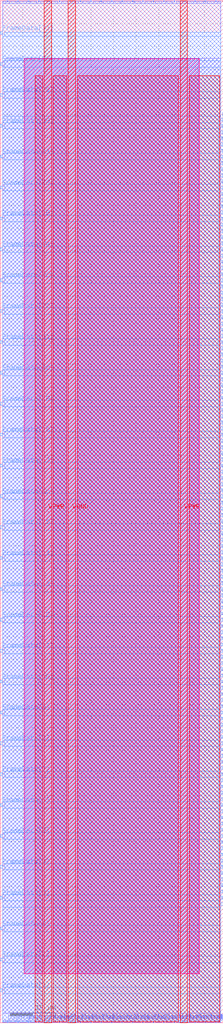
<source format=lef>
VERSION 5.7 ;
  NOWIREEXTENSIONATPIN ON ;
  DIVIDERCHAR "/" ;
  BUSBITCHARS "[]" ;
MACRO W_term_single
  CLASS BLOCK ;
  FOREIGN W_term_single ;
  ORIGIN 0.000 0.000 ;
  SIZE 49.220 BY 225.080 ;
  PIN E1BEG[0]
    DIRECTION OUTPUT ;
    USE SIGNAL ;
    ANTENNADIFFAREA 0.445500 ;
    PORT
      LAYER met3 ;
        RECT 48.620 91.160 49.220 91.760 ;
    END
  END E1BEG[0]
  PIN E1BEG[1]
    DIRECTION OUTPUT ;
    USE SIGNAL ;
    ANTENNADIFFAREA 0.445500 ;
    PORT
      LAYER met3 ;
        RECT 48.620 92.520 49.220 93.120 ;
    END
  END E1BEG[1]
  PIN E1BEG[2]
    DIRECTION OUTPUT ;
    USE SIGNAL ;
    ANTENNADIFFAREA 0.445500 ;
    PORT
      LAYER met3 ;
        RECT 48.620 93.880 49.220 94.480 ;
    END
  END E1BEG[2]
  PIN E1BEG[3]
    DIRECTION OUTPUT ;
    USE SIGNAL ;
    ANTENNADIFFAREA 0.445500 ;
    PORT
      LAYER met3 ;
        RECT 48.620 95.240 49.220 95.840 ;
    END
  END E1BEG[3]
  PIN E2BEG[0]
    DIRECTION OUTPUT ;
    USE SIGNAL ;
    ANTENNADIFFAREA 0.445500 ;
    PORT
      LAYER met3 ;
        RECT 48.620 96.600 49.220 97.200 ;
    END
  END E2BEG[0]
  PIN E2BEG[1]
    DIRECTION OUTPUT ;
    USE SIGNAL ;
    ANTENNADIFFAREA 0.445500 ;
    PORT
      LAYER met3 ;
        RECT 48.620 97.960 49.220 98.560 ;
    END
  END E2BEG[1]
  PIN E2BEG[2]
    DIRECTION OUTPUT ;
    USE SIGNAL ;
    ANTENNADIFFAREA 0.445500 ;
    PORT
      LAYER met3 ;
        RECT 48.620 99.320 49.220 99.920 ;
    END
  END E2BEG[2]
  PIN E2BEG[3]
    DIRECTION OUTPUT ;
    USE SIGNAL ;
    ANTENNADIFFAREA 0.445500 ;
    PORT
      LAYER met3 ;
        RECT 48.620 100.680 49.220 101.280 ;
    END
  END E2BEG[3]
  PIN E2BEG[4]
    DIRECTION OUTPUT ;
    USE SIGNAL ;
    ANTENNADIFFAREA 0.445500 ;
    PORT
      LAYER met3 ;
        RECT 48.620 102.040 49.220 102.640 ;
    END
  END E2BEG[4]
  PIN E2BEG[5]
    DIRECTION OUTPUT ;
    USE SIGNAL ;
    ANTENNADIFFAREA 0.445500 ;
    PORT
      LAYER met3 ;
        RECT 48.620 103.400 49.220 104.000 ;
    END
  END E2BEG[5]
  PIN E2BEG[6]
    DIRECTION OUTPUT ;
    USE SIGNAL ;
    ANTENNADIFFAREA 0.445500 ;
    PORT
      LAYER met3 ;
        RECT 48.620 104.760 49.220 105.360 ;
    END
  END E2BEG[6]
  PIN E2BEG[7]
    DIRECTION OUTPUT ;
    USE SIGNAL ;
    ANTENNADIFFAREA 0.445500 ;
    PORT
      LAYER met3 ;
        RECT 48.620 106.120 49.220 106.720 ;
    END
  END E2BEG[7]
  PIN E2BEGb[0]
    DIRECTION OUTPUT ;
    USE SIGNAL ;
    ANTENNADIFFAREA 0.445500 ;
    PORT
      LAYER met3 ;
        RECT 48.620 107.480 49.220 108.080 ;
    END
  END E2BEGb[0]
  PIN E2BEGb[1]
    DIRECTION OUTPUT ;
    USE SIGNAL ;
    ANTENNADIFFAREA 0.445500 ;
    PORT
      LAYER met3 ;
        RECT 48.620 108.840 49.220 109.440 ;
    END
  END E2BEGb[1]
  PIN E2BEGb[2]
    DIRECTION OUTPUT ;
    USE SIGNAL ;
    ANTENNADIFFAREA 0.445500 ;
    PORT
      LAYER met3 ;
        RECT 48.620 110.200 49.220 110.800 ;
    END
  END E2BEGb[2]
  PIN E2BEGb[3]
    DIRECTION OUTPUT ;
    USE SIGNAL ;
    ANTENNADIFFAREA 0.445500 ;
    PORT
      LAYER met3 ;
        RECT 48.620 111.560 49.220 112.160 ;
    END
  END E2BEGb[3]
  PIN E2BEGb[4]
    DIRECTION OUTPUT ;
    USE SIGNAL ;
    ANTENNADIFFAREA 0.445500 ;
    PORT
      LAYER met3 ;
        RECT 48.620 112.920 49.220 113.520 ;
    END
  END E2BEGb[4]
  PIN E2BEGb[5]
    DIRECTION OUTPUT ;
    USE SIGNAL ;
    ANTENNADIFFAREA 0.445500 ;
    PORT
      LAYER met3 ;
        RECT 48.620 114.280 49.220 114.880 ;
    END
  END E2BEGb[5]
  PIN E2BEGb[6]
    DIRECTION OUTPUT ;
    USE SIGNAL ;
    ANTENNADIFFAREA 0.445500 ;
    PORT
      LAYER met3 ;
        RECT 48.620 115.640 49.220 116.240 ;
    END
  END E2BEGb[6]
  PIN E2BEGb[7]
    DIRECTION OUTPUT ;
    USE SIGNAL ;
    ANTENNADIFFAREA 0.445500 ;
    PORT
      LAYER met3 ;
        RECT 48.620 117.000 49.220 117.600 ;
    END
  END E2BEGb[7]
  PIN E6BEG[0]
    DIRECTION OUTPUT ;
    USE SIGNAL ;
    ANTENNADIFFAREA 0.445500 ;
    PORT
      LAYER met3 ;
        RECT 48.620 140.120 49.220 140.720 ;
    END
  END E6BEG[0]
  PIN E6BEG[10]
    DIRECTION OUTPUT ;
    USE SIGNAL ;
    ANTENNADIFFAREA 0.445500 ;
    PORT
      LAYER met3 ;
        RECT 48.620 153.720 49.220 154.320 ;
    END
  END E6BEG[10]
  PIN E6BEG[11]
    DIRECTION OUTPUT ;
    USE SIGNAL ;
    ANTENNADIFFAREA 0.445500 ;
    PORT
      LAYER met3 ;
        RECT 48.620 155.080 49.220 155.680 ;
    END
  END E6BEG[11]
  PIN E6BEG[1]
    DIRECTION OUTPUT ;
    USE SIGNAL ;
    ANTENNADIFFAREA 0.445500 ;
    PORT
      LAYER met3 ;
        RECT 48.620 141.480 49.220 142.080 ;
    END
  END E6BEG[1]
  PIN E6BEG[2]
    DIRECTION OUTPUT ;
    USE SIGNAL ;
    ANTENNADIFFAREA 0.445500 ;
    PORT
      LAYER met3 ;
        RECT 48.620 142.840 49.220 143.440 ;
    END
  END E6BEG[2]
  PIN E6BEG[3]
    DIRECTION OUTPUT ;
    USE SIGNAL ;
    ANTENNADIFFAREA 0.445500 ;
    PORT
      LAYER met3 ;
        RECT 48.620 144.200 49.220 144.800 ;
    END
  END E6BEG[3]
  PIN E6BEG[4]
    DIRECTION OUTPUT ;
    USE SIGNAL ;
    ANTENNADIFFAREA 0.445500 ;
    PORT
      LAYER met3 ;
        RECT 48.620 145.560 49.220 146.160 ;
    END
  END E6BEG[4]
  PIN E6BEG[5]
    DIRECTION OUTPUT ;
    USE SIGNAL ;
    ANTENNADIFFAREA 0.445500 ;
    PORT
      LAYER met3 ;
        RECT 48.620 146.920 49.220 147.520 ;
    END
  END E6BEG[5]
  PIN E6BEG[6]
    DIRECTION OUTPUT ;
    USE SIGNAL ;
    ANTENNADIFFAREA 0.445500 ;
    PORT
      LAYER met3 ;
        RECT 48.620 148.280 49.220 148.880 ;
    END
  END E6BEG[6]
  PIN E6BEG[7]
    DIRECTION OUTPUT ;
    USE SIGNAL ;
    ANTENNADIFFAREA 0.445500 ;
    PORT
      LAYER met3 ;
        RECT 48.620 149.640 49.220 150.240 ;
    END
  END E6BEG[7]
  PIN E6BEG[8]
    DIRECTION OUTPUT ;
    USE SIGNAL ;
    ANTENNADIFFAREA 0.445500 ;
    PORT
      LAYER met3 ;
        RECT 48.620 151.000 49.220 151.600 ;
    END
  END E6BEG[8]
  PIN E6BEG[9]
    DIRECTION OUTPUT ;
    USE SIGNAL ;
    ANTENNADIFFAREA 0.445500 ;
    PORT
      LAYER met3 ;
        RECT 48.620 152.360 49.220 152.960 ;
    END
  END E6BEG[9]
  PIN EE4BEG[0]
    DIRECTION OUTPUT ;
    USE SIGNAL ;
    ANTENNADIFFAREA 0.445500 ;
    PORT
      LAYER met3 ;
        RECT 48.620 118.360 49.220 118.960 ;
    END
  END EE4BEG[0]
  PIN EE4BEG[10]
    DIRECTION OUTPUT ;
    USE SIGNAL ;
    ANTENNADIFFAREA 0.445500 ;
    PORT
      LAYER met3 ;
        RECT 48.620 131.960 49.220 132.560 ;
    END
  END EE4BEG[10]
  PIN EE4BEG[11]
    DIRECTION OUTPUT ;
    USE SIGNAL ;
    ANTENNADIFFAREA 0.445500 ;
    PORT
      LAYER met3 ;
        RECT 48.620 133.320 49.220 133.920 ;
    END
  END EE4BEG[11]
  PIN EE4BEG[12]
    DIRECTION OUTPUT ;
    USE SIGNAL ;
    ANTENNADIFFAREA 0.445500 ;
    PORT
      LAYER met3 ;
        RECT 48.620 134.680 49.220 135.280 ;
    END
  END EE4BEG[12]
  PIN EE4BEG[13]
    DIRECTION OUTPUT ;
    USE SIGNAL ;
    ANTENNADIFFAREA 0.445500 ;
    PORT
      LAYER met3 ;
        RECT 48.620 136.040 49.220 136.640 ;
    END
  END EE4BEG[13]
  PIN EE4BEG[14]
    DIRECTION OUTPUT ;
    USE SIGNAL ;
    ANTENNADIFFAREA 0.445500 ;
    PORT
      LAYER met3 ;
        RECT 48.620 137.400 49.220 138.000 ;
    END
  END EE4BEG[14]
  PIN EE4BEG[15]
    DIRECTION OUTPUT ;
    USE SIGNAL ;
    ANTENNADIFFAREA 0.445500 ;
    PORT
      LAYER met3 ;
        RECT 48.620 138.760 49.220 139.360 ;
    END
  END EE4BEG[15]
  PIN EE4BEG[1]
    DIRECTION OUTPUT ;
    USE SIGNAL ;
    ANTENNADIFFAREA 0.445500 ;
    PORT
      LAYER met3 ;
        RECT 48.620 119.720 49.220 120.320 ;
    END
  END EE4BEG[1]
  PIN EE4BEG[2]
    DIRECTION OUTPUT ;
    USE SIGNAL ;
    ANTENNADIFFAREA 0.445500 ;
    PORT
      LAYER met3 ;
        RECT 48.620 121.080 49.220 121.680 ;
    END
  END EE4BEG[2]
  PIN EE4BEG[3]
    DIRECTION OUTPUT ;
    USE SIGNAL ;
    ANTENNADIFFAREA 0.445500 ;
    PORT
      LAYER met3 ;
        RECT 48.620 122.440 49.220 123.040 ;
    END
  END EE4BEG[3]
  PIN EE4BEG[4]
    DIRECTION OUTPUT ;
    USE SIGNAL ;
    ANTENNADIFFAREA 0.445500 ;
    PORT
      LAYER met3 ;
        RECT 48.620 123.800 49.220 124.400 ;
    END
  END EE4BEG[4]
  PIN EE4BEG[5]
    DIRECTION OUTPUT ;
    USE SIGNAL ;
    ANTENNADIFFAREA 0.445500 ;
    PORT
      LAYER met3 ;
        RECT 48.620 125.160 49.220 125.760 ;
    END
  END EE4BEG[5]
  PIN EE4BEG[6]
    DIRECTION OUTPUT ;
    USE SIGNAL ;
    ANTENNADIFFAREA 0.445500 ;
    PORT
      LAYER met3 ;
        RECT 48.620 126.520 49.220 127.120 ;
    END
  END EE4BEG[6]
  PIN EE4BEG[7]
    DIRECTION OUTPUT ;
    USE SIGNAL ;
    ANTENNADIFFAREA 0.445500 ;
    PORT
      LAYER met3 ;
        RECT 48.620 127.880 49.220 128.480 ;
    END
  END EE4BEG[7]
  PIN EE4BEG[8]
    DIRECTION OUTPUT ;
    USE SIGNAL ;
    ANTENNADIFFAREA 0.445500 ;
    PORT
      LAYER met3 ;
        RECT 48.620 129.240 49.220 129.840 ;
    END
  END EE4BEG[8]
  PIN EE4BEG[9]
    DIRECTION OUTPUT ;
    USE SIGNAL ;
    ANTENNADIFFAREA 0.445500 ;
    PORT
      LAYER met3 ;
        RECT 48.620 130.600 49.220 131.200 ;
    END
  END EE4BEG[9]
  PIN FrameData[0]
    DIRECTION INPUT ;
    USE SIGNAL ;
    ANTENNAGATEAREA 0.196500 ;
    PORT
      LAYER met3 ;
        RECT 0.000 6.840 0.600 7.440 ;
    END
  END FrameData[0]
  PIN FrameData[10]
    DIRECTION INPUT ;
    USE SIGNAL ;
    ANTENNAGATEAREA 0.196500 ;
    PORT
      LAYER met3 ;
        RECT 0.000 74.840 0.600 75.440 ;
    END
  END FrameData[10]
  PIN FrameData[11]
    DIRECTION INPUT ;
    USE SIGNAL ;
    ANTENNAGATEAREA 0.196500 ;
    PORT
      LAYER met3 ;
        RECT 0.000 81.640 0.600 82.240 ;
    END
  END FrameData[11]
  PIN FrameData[12]
    DIRECTION INPUT ;
    USE SIGNAL ;
    ANTENNAGATEAREA 0.196500 ;
    PORT
      LAYER met3 ;
        RECT 0.000 88.440 0.600 89.040 ;
    END
  END FrameData[12]
  PIN FrameData[13]
    DIRECTION INPUT ;
    USE SIGNAL ;
    ANTENNAGATEAREA 0.196500 ;
    PORT
      LAYER met3 ;
        RECT 0.000 95.240 0.600 95.840 ;
    END
  END FrameData[13]
  PIN FrameData[14]
    DIRECTION INPUT ;
    USE SIGNAL ;
    ANTENNAGATEAREA 0.196500 ;
    PORT
      LAYER met3 ;
        RECT 0.000 102.040 0.600 102.640 ;
    END
  END FrameData[14]
  PIN FrameData[15]
    DIRECTION INPUT ;
    USE SIGNAL ;
    ANTENNAGATEAREA 0.196500 ;
    PORT
      LAYER met3 ;
        RECT 0.000 108.840 0.600 109.440 ;
    END
  END FrameData[15]
  PIN FrameData[16]
    DIRECTION INPUT ;
    USE SIGNAL ;
    ANTENNAGATEAREA 0.196500 ;
    PORT
      LAYER met3 ;
        RECT 0.000 115.640 0.600 116.240 ;
    END
  END FrameData[16]
  PIN FrameData[17]
    DIRECTION INPUT ;
    USE SIGNAL ;
    ANTENNAGATEAREA 0.196500 ;
    PORT
      LAYER met3 ;
        RECT 0.000 122.440 0.600 123.040 ;
    END
  END FrameData[17]
  PIN FrameData[18]
    DIRECTION INPUT ;
    USE SIGNAL ;
    ANTENNAGATEAREA 0.196500 ;
    PORT
      LAYER met3 ;
        RECT 0.000 129.240 0.600 129.840 ;
    END
  END FrameData[18]
  PIN FrameData[19]
    DIRECTION INPUT ;
    USE SIGNAL ;
    ANTENNAGATEAREA 0.196500 ;
    PORT
      LAYER met3 ;
        RECT 0.000 136.040 0.600 136.640 ;
    END
  END FrameData[19]
  PIN FrameData[1]
    DIRECTION INPUT ;
    USE SIGNAL ;
    ANTENNAGATEAREA 0.196500 ;
    PORT
      LAYER met3 ;
        RECT 0.000 13.640 0.600 14.240 ;
    END
  END FrameData[1]
  PIN FrameData[20]
    DIRECTION INPUT ;
    USE SIGNAL ;
    ANTENNAGATEAREA 0.196500 ;
    PORT
      LAYER met3 ;
        RECT 0.000 142.840 0.600 143.440 ;
    END
  END FrameData[20]
  PIN FrameData[21]
    DIRECTION INPUT ;
    USE SIGNAL ;
    ANTENNAGATEAREA 0.196500 ;
    PORT
      LAYER met3 ;
        RECT 0.000 149.640 0.600 150.240 ;
    END
  END FrameData[21]
  PIN FrameData[22]
    DIRECTION INPUT ;
    USE SIGNAL ;
    ANTENNAGATEAREA 0.196500 ;
    PORT
      LAYER met3 ;
        RECT 0.000 156.440 0.600 157.040 ;
    END
  END FrameData[22]
  PIN FrameData[23]
    DIRECTION INPUT ;
    USE SIGNAL ;
    ANTENNAGATEAREA 0.196500 ;
    PORT
      LAYER met3 ;
        RECT 0.000 163.240 0.600 163.840 ;
    END
  END FrameData[23]
  PIN FrameData[24]
    DIRECTION INPUT ;
    USE SIGNAL ;
    ANTENNAGATEAREA 0.196500 ;
    PORT
      LAYER met3 ;
        RECT 0.000 170.040 0.600 170.640 ;
    END
  END FrameData[24]
  PIN FrameData[25]
    DIRECTION INPUT ;
    USE SIGNAL ;
    ANTENNAGATEAREA 0.196500 ;
    PORT
      LAYER met3 ;
        RECT 0.000 176.840 0.600 177.440 ;
    END
  END FrameData[25]
  PIN FrameData[26]
    DIRECTION INPUT ;
    USE SIGNAL ;
    ANTENNAGATEAREA 0.196500 ;
    PORT
      LAYER met3 ;
        RECT 0.000 183.640 0.600 184.240 ;
    END
  END FrameData[26]
  PIN FrameData[27]
    DIRECTION INPUT ;
    USE SIGNAL ;
    ANTENNAGATEAREA 0.196500 ;
    PORT
      LAYER met3 ;
        RECT 0.000 190.440 0.600 191.040 ;
    END
  END FrameData[27]
  PIN FrameData[28]
    DIRECTION INPUT ;
    USE SIGNAL ;
    ANTENNAGATEAREA 0.196500 ;
    PORT
      LAYER met3 ;
        RECT 0.000 197.240 0.600 197.840 ;
    END
  END FrameData[28]
  PIN FrameData[29]
    DIRECTION INPUT ;
    USE SIGNAL ;
    ANTENNAGATEAREA 0.196500 ;
    PORT
      LAYER met3 ;
        RECT 0.000 204.040 0.600 204.640 ;
    END
  END FrameData[29]
  PIN FrameData[2]
    DIRECTION INPUT ;
    USE SIGNAL ;
    ANTENNAGATEAREA 0.196500 ;
    PORT
      LAYER met3 ;
        RECT 0.000 20.440 0.600 21.040 ;
    END
  END FrameData[2]
  PIN FrameData[30]
    DIRECTION INPUT ;
    USE SIGNAL ;
    ANTENNAGATEAREA 0.196500 ;
    PORT
      LAYER met3 ;
        RECT 0.000 210.840 0.600 211.440 ;
    END
  END FrameData[30]
  PIN FrameData[31]
    DIRECTION INPUT ;
    USE SIGNAL ;
    ANTENNAGATEAREA 0.196500 ;
    PORT
      LAYER met3 ;
        RECT 0.000 217.640 0.600 218.240 ;
    END
  END FrameData[31]
  PIN FrameData[3]
    DIRECTION INPUT ;
    USE SIGNAL ;
    ANTENNAGATEAREA 0.196500 ;
    PORT
      LAYER met3 ;
        RECT 0.000 27.240 0.600 27.840 ;
    END
  END FrameData[3]
  PIN FrameData[4]
    DIRECTION INPUT ;
    USE SIGNAL ;
    ANTENNAGATEAREA 0.631200 ;
    ANTENNADIFFAREA 0.434700 ;
    PORT
      LAYER met3 ;
        RECT 0.000 34.040 0.600 34.640 ;
    END
  END FrameData[4]
  PIN FrameData[5]
    DIRECTION INPUT ;
    USE SIGNAL ;
    ANTENNAGATEAREA 0.196500 ;
    PORT
      LAYER met3 ;
        RECT 0.000 40.840 0.600 41.440 ;
    END
  END FrameData[5]
  PIN FrameData[6]
    DIRECTION INPUT ;
    USE SIGNAL ;
    ANTENNAGATEAREA 0.196500 ;
    PORT
      LAYER met3 ;
        RECT 0.000 47.640 0.600 48.240 ;
    END
  END FrameData[6]
  PIN FrameData[7]
    DIRECTION INPUT ;
    USE SIGNAL ;
    ANTENNAGATEAREA 0.196500 ;
    PORT
      LAYER met3 ;
        RECT 0.000 54.440 0.600 55.040 ;
    END
  END FrameData[7]
  PIN FrameData[8]
    DIRECTION INPUT ;
    USE SIGNAL ;
    ANTENNAGATEAREA 0.196500 ;
    PORT
      LAYER met3 ;
        RECT 0.000 61.240 0.600 61.840 ;
    END
  END FrameData[8]
  PIN FrameData[9]
    DIRECTION INPUT ;
    USE SIGNAL ;
    ANTENNAGATEAREA 0.196500 ;
    PORT
      LAYER met3 ;
        RECT 0.000 68.040 0.600 68.640 ;
    END
  END FrameData[9]
  PIN FrameData_O[0]
    DIRECTION OUTPUT ;
    USE SIGNAL ;
    ANTENNADIFFAREA 0.445500 ;
    PORT
      LAYER met3 ;
        RECT 48.620 156.440 49.220 157.040 ;
    END
  END FrameData_O[0]
  PIN FrameData_O[10]
    DIRECTION OUTPUT ;
    USE SIGNAL ;
    ANTENNADIFFAREA 0.445500 ;
    PORT
      LAYER met3 ;
        RECT 48.620 170.040 49.220 170.640 ;
    END
  END FrameData_O[10]
  PIN FrameData_O[11]
    DIRECTION OUTPUT ;
    USE SIGNAL ;
    ANTENNADIFFAREA 0.445500 ;
    PORT
      LAYER met3 ;
        RECT 48.620 171.400 49.220 172.000 ;
    END
  END FrameData_O[11]
  PIN FrameData_O[12]
    DIRECTION OUTPUT ;
    USE SIGNAL ;
    ANTENNADIFFAREA 0.445500 ;
    PORT
      LAYER met3 ;
        RECT 48.620 172.760 49.220 173.360 ;
    END
  END FrameData_O[12]
  PIN FrameData_O[13]
    DIRECTION OUTPUT ;
    USE SIGNAL ;
    ANTENNADIFFAREA 0.445500 ;
    PORT
      LAYER met3 ;
        RECT 48.620 174.120 49.220 174.720 ;
    END
  END FrameData_O[13]
  PIN FrameData_O[14]
    DIRECTION OUTPUT ;
    USE SIGNAL ;
    ANTENNADIFFAREA 0.445500 ;
    PORT
      LAYER met3 ;
        RECT 48.620 175.480 49.220 176.080 ;
    END
  END FrameData_O[14]
  PIN FrameData_O[15]
    DIRECTION OUTPUT ;
    USE SIGNAL ;
    ANTENNADIFFAREA 0.445500 ;
    PORT
      LAYER met3 ;
        RECT 48.620 176.840 49.220 177.440 ;
    END
  END FrameData_O[15]
  PIN FrameData_O[16]
    DIRECTION OUTPUT ;
    USE SIGNAL ;
    ANTENNADIFFAREA 0.445500 ;
    PORT
      LAYER met3 ;
        RECT 48.620 178.200 49.220 178.800 ;
    END
  END FrameData_O[16]
  PIN FrameData_O[17]
    DIRECTION OUTPUT ;
    USE SIGNAL ;
    ANTENNADIFFAREA 0.445500 ;
    PORT
      LAYER met3 ;
        RECT 48.620 179.560 49.220 180.160 ;
    END
  END FrameData_O[17]
  PIN FrameData_O[18]
    DIRECTION OUTPUT ;
    USE SIGNAL ;
    ANTENNADIFFAREA 0.445500 ;
    PORT
      LAYER met3 ;
        RECT 48.620 180.920 49.220 181.520 ;
    END
  END FrameData_O[18]
  PIN FrameData_O[19]
    DIRECTION OUTPUT ;
    USE SIGNAL ;
    ANTENNADIFFAREA 0.445500 ;
    PORT
      LAYER met3 ;
        RECT 48.620 182.280 49.220 182.880 ;
    END
  END FrameData_O[19]
  PIN FrameData_O[1]
    DIRECTION OUTPUT ;
    USE SIGNAL ;
    ANTENNADIFFAREA 0.445500 ;
    PORT
      LAYER met3 ;
        RECT 48.620 157.800 49.220 158.400 ;
    END
  END FrameData_O[1]
  PIN FrameData_O[20]
    DIRECTION OUTPUT ;
    USE SIGNAL ;
    ANTENNADIFFAREA 0.445500 ;
    PORT
      LAYER met3 ;
        RECT 48.620 183.640 49.220 184.240 ;
    END
  END FrameData_O[20]
  PIN FrameData_O[21]
    DIRECTION OUTPUT ;
    USE SIGNAL ;
    ANTENNADIFFAREA 0.445500 ;
    PORT
      LAYER met3 ;
        RECT 48.620 185.000 49.220 185.600 ;
    END
  END FrameData_O[21]
  PIN FrameData_O[22]
    DIRECTION OUTPUT ;
    USE SIGNAL ;
    ANTENNADIFFAREA 0.445500 ;
    PORT
      LAYER met3 ;
        RECT 48.620 186.360 49.220 186.960 ;
    END
  END FrameData_O[22]
  PIN FrameData_O[23]
    DIRECTION OUTPUT ;
    USE SIGNAL ;
    ANTENNADIFFAREA 0.445500 ;
    PORT
      LAYER met3 ;
        RECT 48.620 187.720 49.220 188.320 ;
    END
  END FrameData_O[23]
  PIN FrameData_O[24]
    DIRECTION OUTPUT ;
    USE SIGNAL ;
    ANTENNADIFFAREA 0.445500 ;
    PORT
      LAYER met3 ;
        RECT 48.620 189.080 49.220 189.680 ;
    END
  END FrameData_O[24]
  PIN FrameData_O[25]
    DIRECTION OUTPUT ;
    USE SIGNAL ;
    ANTENNADIFFAREA 0.445500 ;
    PORT
      LAYER met3 ;
        RECT 48.620 190.440 49.220 191.040 ;
    END
  END FrameData_O[25]
  PIN FrameData_O[26]
    DIRECTION OUTPUT ;
    USE SIGNAL ;
    ANTENNADIFFAREA 0.445500 ;
    PORT
      LAYER met3 ;
        RECT 48.620 191.800 49.220 192.400 ;
    END
  END FrameData_O[26]
  PIN FrameData_O[27]
    DIRECTION OUTPUT ;
    USE SIGNAL ;
    ANTENNADIFFAREA 0.445500 ;
    PORT
      LAYER met3 ;
        RECT 48.620 193.160 49.220 193.760 ;
    END
  END FrameData_O[27]
  PIN FrameData_O[28]
    DIRECTION OUTPUT ;
    USE SIGNAL ;
    ANTENNADIFFAREA 0.445500 ;
    PORT
      LAYER met3 ;
        RECT 48.620 194.520 49.220 195.120 ;
    END
  END FrameData_O[28]
  PIN FrameData_O[29]
    DIRECTION OUTPUT ;
    USE SIGNAL ;
    ANTENNADIFFAREA 0.445500 ;
    PORT
      LAYER met3 ;
        RECT 48.620 195.880 49.220 196.480 ;
    END
  END FrameData_O[29]
  PIN FrameData_O[2]
    DIRECTION OUTPUT ;
    USE SIGNAL ;
    ANTENNADIFFAREA 0.445500 ;
    PORT
      LAYER met3 ;
        RECT 48.620 159.160 49.220 159.760 ;
    END
  END FrameData_O[2]
  PIN FrameData_O[30]
    DIRECTION OUTPUT ;
    USE SIGNAL ;
    ANTENNADIFFAREA 0.445500 ;
    PORT
      LAYER met3 ;
        RECT 48.620 197.240 49.220 197.840 ;
    END
  END FrameData_O[30]
  PIN FrameData_O[31]
    DIRECTION OUTPUT ;
    USE SIGNAL ;
    ANTENNADIFFAREA 0.445500 ;
    PORT
      LAYER met3 ;
        RECT 48.620 198.600 49.220 199.200 ;
    END
  END FrameData_O[31]
  PIN FrameData_O[3]
    DIRECTION OUTPUT ;
    USE SIGNAL ;
    ANTENNADIFFAREA 0.445500 ;
    PORT
      LAYER met3 ;
        RECT 48.620 160.520 49.220 161.120 ;
    END
  END FrameData_O[3]
  PIN FrameData_O[4]
    DIRECTION OUTPUT ;
    USE SIGNAL ;
    ANTENNADIFFAREA 0.445500 ;
    PORT
      LAYER met3 ;
        RECT 48.620 161.880 49.220 162.480 ;
    END
  END FrameData_O[4]
  PIN FrameData_O[5]
    DIRECTION OUTPUT ;
    USE SIGNAL ;
    ANTENNADIFFAREA 0.445500 ;
    PORT
      LAYER met3 ;
        RECT 48.620 163.240 49.220 163.840 ;
    END
  END FrameData_O[5]
  PIN FrameData_O[6]
    DIRECTION OUTPUT ;
    USE SIGNAL ;
    ANTENNADIFFAREA 0.445500 ;
    PORT
      LAYER met3 ;
        RECT 48.620 164.600 49.220 165.200 ;
    END
  END FrameData_O[6]
  PIN FrameData_O[7]
    DIRECTION OUTPUT ;
    USE SIGNAL ;
    ANTENNADIFFAREA 0.445500 ;
    PORT
      LAYER met3 ;
        RECT 48.620 165.960 49.220 166.560 ;
    END
  END FrameData_O[7]
  PIN FrameData_O[8]
    DIRECTION OUTPUT ;
    USE SIGNAL ;
    ANTENNADIFFAREA 0.445500 ;
    PORT
      LAYER met3 ;
        RECT 48.620 167.320 49.220 167.920 ;
    END
  END FrameData_O[8]
  PIN FrameData_O[9]
    DIRECTION OUTPUT ;
    USE SIGNAL ;
    ANTENNADIFFAREA 0.445500 ;
    PORT
      LAYER met3 ;
        RECT 48.620 168.680 49.220 169.280 ;
    END
  END FrameData_O[9]
  PIN FrameStrobe[0]
    DIRECTION INPUT ;
    USE SIGNAL ;
    ANTENNAGATEAREA 0.196500 ;
    PORT
      LAYER met2 ;
        RECT 3.770 0.000 4.050 0.280 ;
    END
  END FrameStrobe[0]
  PIN FrameStrobe[10]
    DIRECTION INPUT ;
    USE SIGNAL ;
    ANTENNAGATEAREA 0.196500 ;
    PORT
      LAYER met2 ;
        RECT 26.770 0.000 27.050 0.280 ;
    END
  END FrameStrobe[10]
  PIN FrameStrobe[11]
    DIRECTION INPUT ;
    USE SIGNAL ;
    ANTENNAGATEAREA 0.196500 ;
    PORT
      LAYER met2 ;
        RECT 29.070 0.000 29.350 0.280 ;
    END
  END FrameStrobe[11]
  PIN FrameStrobe[12]
    DIRECTION INPUT ;
    USE SIGNAL ;
    ANTENNAGATEAREA 0.196500 ;
    PORT
      LAYER met2 ;
        RECT 31.370 0.000 31.650 0.280 ;
    END
  END FrameStrobe[12]
  PIN FrameStrobe[13]
    DIRECTION INPUT ;
    USE SIGNAL ;
    ANTENNAGATEAREA 0.196500 ;
    PORT
      LAYER met2 ;
        RECT 33.670 0.000 33.950 0.280 ;
    END
  END FrameStrobe[13]
  PIN FrameStrobe[14]
    DIRECTION INPUT ;
    USE SIGNAL ;
    ANTENNAGATEAREA 0.631200 ;
    ANTENNADIFFAREA 0.434700 ;
    PORT
      LAYER met2 ;
        RECT 35.970 0.000 36.250 0.280 ;
    END
  END FrameStrobe[14]
  PIN FrameStrobe[15]
    DIRECTION INPUT ;
    USE SIGNAL ;
    ANTENNAGATEAREA 0.631200 ;
    ANTENNADIFFAREA 0.434700 ;
    PORT
      LAYER met2 ;
        RECT 38.270 0.000 38.550 0.280 ;
    END
  END FrameStrobe[15]
  PIN FrameStrobe[16]
    DIRECTION INPUT ;
    USE SIGNAL ;
    ANTENNAGATEAREA 0.631200 ;
    ANTENNADIFFAREA 0.434700 ;
    PORT
      LAYER met2 ;
        RECT 40.570 0.000 40.850 0.280 ;
    END
  END FrameStrobe[16]
  PIN FrameStrobe[17]
    DIRECTION INPUT ;
    USE SIGNAL ;
    ANTENNAGATEAREA 0.631200 ;
    ANTENNADIFFAREA 0.434700 ;
    PORT
      LAYER met2 ;
        RECT 42.870 0.000 43.150 0.280 ;
    END
  END FrameStrobe[17]
  PIN FrameStrobe[18]
    DIRECTION INPUT ;
    USE SIGNAL ;
    ANTENNAGATEAREA 0.631200 ;
    ANTENNADIFFAREA 0.434700 ;
    PORT
      LAYER met2 ;
        RECT 45.170 0.000 45.450 0.280 ;
    END
  END FrameStrobe[18]
  PIN FrameStrobe[19]
    DIRECTION INPUT ;
    USE SIGNAL ;
    ANTENNAGATEAREA 0.196500 ;
    PORT
      LAYER met2 ;
        RECT 47.470 0.000 47.750 0.280 ;
    END
  END FrameStrobe[19]
  PIN FrameStrobe[1]
    DIRECTION INPUT ;
    USE SIGNAL ;
    ANTENNAGATEAREA 0.196500 ;
    PORT
      LAYER met2 ;
        RECT 6.070 0.000 6.350 0.280 ;
    END
  END FrameStrobe[1]
  PIN FrameStrobe[2]
    DIRECTION INPUT ;
    USE SIGNAL ;
    ANTENNAGATEAREA 0.196500 ;
    PORT
      LAYER met2 ;
        RECT 8.370 0.000 8.650 0.280 ;
    END
  END FrameStrobe[2]
  PIN FrameStrobe[3]
    DIRECTION INPUT ;
    USE SIGNAL ;
    ANTENNAGATEAREA 0.196500 ;
    PORT
      LAYER met2 ;
        RECT 10.670 0.000 10.950 0.280 ;
    END
  END FrameStrobe[3]
  PIN FrameStrobe[4]
    DIRECTION INPUT ;
    USE SIGNAL ;
    ANTENNAGATEAREA 0.196500 ;
    PORT
      LAYER met2 ;
        RECT 12.970 0.000 13.250 0.280 ;
    END
  END FrameStrobe[4]
  PIN FrameStrobe[5]
    DIRECTION INPUT ;
    USE SIGNAL ;
    ANTENNAGATEAREA 0.196500 ;
    PORT
      LAYER met2 ;
        RECT 15.270 0.000 15.550 0.280 ;
    END
  END FrameStrobe[5]
  PIN FrameStrobe[6]
    DIRECTION INPUT ;
    USE SIGNAL ;
    ANTENNAGATEAREA 0.196500 ;
    PORT
      LAYER met2 ;
        RECT 17.570 0.000 17.850 0.280 ;
    END
  END FrameStrobe[6]
  PIN FrameStrobe[7]
    DIRECTION INPUT ;
    USE SIGNAL ;
    ANTENNAGATEAREA 0.631200 ;
    ANTENNADIFFAREA 0.434700 ;
    PORT
      LAYER met2 ;
        RECT 19.870 0.000 20.150 0.280 ;
    END
  END FrameStrobe[7]
  PIN FrameStrobe[8]
    DIRECTION INPUT ;
    USE SIGNAL ;
    ANTENNAGATEAREA 0.196500 ;
    PORT
      LAYER met2 ;
        RECT 22.170 0.000 22.450 0.280 ;
    END
  END FrameStrobe[8]
  PIN FrameStrobe[9]
    DIRECTION INPUT ;
    USE SIGNAL ;
    ANTENNAGATEAREA 0.196500 ;
    PORT
      LAYER met2 ;
        RECT 24.470 0.000 24.750 0.280 ;
    END
  END FrameStrobe[9]
  PIN FrameStrobe_O[0]
    DIRECTION OUTPUT ;
    USE SIGNAL ;
    ANTENNADIFFAREA 0.445500 ;
    PORT
      LAYER met2 ;
        RECT 3.770 224.800 4.050 225.080 ;
    END
  END FrameStrobe_O[0]
  PIN FrameStrobe_O[10]
    DIRECTION OUTPUT ;
    USE SIGNAL ;
    ANTENNADIFFAREA 0.445500 ;
    PORT
      LAYER met2 ;
        RECT 26.770 224.800 27.050 225.080 ;
    END
  END FrameStrobe_O[10]
  PIN FrameStrobe_O[11]
    DIRECTION OUTPUT ;
    USE SIGNAL ;
    ANTENNADIFFAREA 0.445500 ;
    PORT
      LAYER met2 ;
        RECT 29.070 224.800 29.350 225.080 ;
    END
  END FrameStrobe_O[11]
  PIN FrameStrobe_O[12]
    DIRECTION OUTPUT ;
    USE SIGNAL ;
    ANTENNADIFFAREA 0.445500 ;
    PORT
      LAYER met2 ;
        RECT 31.370 224.800 31.650 225.080 ;
    END
  END FrameStrobe_O[12]
  PIN FrameStrobe_O[13]
    DIRECTION OUTPUT ;
    USE SIGNAL ;
    ANTENNADIFFAREA 0.445500 ;
    PORT
      LAYER met2 ;
        RECT 33.670 224.800 33.950 225.080 ;
    END
  END FrameStrobe_O[13]
  PIN FrameStrobe_O[14]
    DIRECTION OUTPUT ;
    USE SIGNAL ;
    ANTENNADIFFAREA 0.445500 ;
    PORT
      LAYER met2 ;
        RECT 35.970 224.800 36.250 225.080 ;
    END
  END FrameStrobe_O[14]
  PIN FrameStrobe_O[15]
    DIRECTION OUTPUT ;
    USE SIGNAL ;
    ANTENNADIFFAREA 0.445500 ;
    PORT
      LAYER met2 ;
        RECT 38.270 224.800 38.550 225.080 ;
    END
  END FrameStrobe_O[15]
  PIN FrameStrobe_O[16]
    DIRECTION OUTPUT ;
    USE SIGNAL ;
    ANTENNADIFFAREA 0.445500 ;
    PORT
      LAYER met2 ;
        RECT 40.570 224.800 40.850 225.080 ;
    END
  END FrameStrobe_O[16]
  PIN FrameStrobe_O[17]
    DIRECTION OUTPUT ;
    USE SIGNAL ;
    ANTENNADIFFAREA 0.445500 ;
    PORT
      LAYER met2 ;
        RECT 42.870 224.800 43.150 225.080 ;
    END
  END FrameStrobe_O[17]
  PIN FrameStrobe_O[18]
    DIRECTION OUTPUT ;
    USE SIGNAL ;
    ANTENNADIFFAREA 0.445500 ;
    PORT
      LAYER met2 ;
        RECT 45.170 224.800 45.450 225.080 ;
    END
  END FrameStrobe_O[18]
  PIN FrameStrobe_O[19]
    DIRECTION OUTPUT ;
    USE SIGNAL ;
    ANTENNADIFFAREA 0.445500 ;
    PORT
      LAYER met2 ;
        RECT 47.470 224.800 47.750 225.080 ;
    END
  END FrameStrobe_O[19]
  PIN FrameStrobe_O[1]
    DIRECTION OUTPUT ;
    USE SIGNAL ;
    ANTENNADIFFAREA 0.445500 ;
    PORT
      LAYER met2 ;
        RECT 6.070 224.800 6.350 225.080 ;
    END
  END FrameStrobe_O[1]
  PIN FrameStrobe_O[2]
    DIRECTION OUTPUT ;
    USE SIGNAL ;
    ANTENNADIFFAREA 0.445500 ;
    PORT
      LAYER met2 ;
        RECT 8.370 224.800 8.650 225.080 ;
    END
  END FrameStrobe_O[2]
  PIN FrameStrobe_O[3]
    DIRECTION OUTPUT ;
    USE SIGNAL ;
    ANTENNADIFFAREA 0.445500 ;
    PORT
      LAYER met2 ;
        RECT 10.670 224.800 10.950 225.080 ;
    END
  END FrameStrobe_O[3]
  PIN FrameStrobe_O[4]
    DIRECTION OUTPUT ;
    USE SIGNAL ;
    ANTENNADIFFAREA 0.445500 ;
    PORT
      LAYER met2 ;
        RECT 12.970 224.800 13.250 225.080 ;
    END
  END FrameStrobe_O[4]
  PIN FrameStrobe_O[5]
    DIRECTION OUTPUT ;
    USE SIGNAL ;
    ANTENNADIFFAREA 0.445500 ;
    PORT
      LAYER met2 ;
        RECT 15.270 224.800 15.550 225.080 ;
    END
  END FrameStrobe_O[5]
  PIN FrameStrobe_O[6]
    DIRECTION OUTPUT ;
    USE SIGNAL ;
    ANTENNADIFFAREA 0.445500 ;
    PORT
      LAYER met2 ;
        RECT 17.570 224.800 17.850 225.080 ;
    END
  END FrameStrobe_O[6]
  PIN FrameStrobe_O[7]
    DIRECTION OUTPUT ;
    USE SIGNAL ;
    ANTENNADIFFAREA 0.445500 ;
    PORT
      LAYER met2 ;
        RECT 19.870 224.800 20.150 225.080 ;
    END
  END FrameStrobe_O[7]
  PIN FrameStrobe_O[8]
    DIRECTION OUTPUT ;
    USE SIGNAL ;
    ANTENNADIFFAREA 0.445500 ;
    PORT
      LAYER met2 ;
        RECT 22.170 224.800 22.450 225.080 ;
    END
  END FrameStrobe_O[8]
  PIN FrameStrobe_O[9]
    DIRECTION OUTPUT ;
    USE SIGNAL ;
    ANTENNADIFFAREA 0.445500 ;
    PORT
      LAYER met2 ;
        RECT 24.470 224.800 24.750 225.080 ;
    END
  END FrameStrobe_O[9]
  PIN UserCLK
    DIRECTION INPUT ;
    USE SIGNAL ;
    ANTENNAGATEAREA 0.159000 ;
    PORT
      LAYER met2 ;
        RECT 1.470 0.000 1.750 0.280 ;
    END
  END UserCLK
  PIN UserCLKo
    DIRECTION OUTPUT ;
    USE SIGNAL ;
    ANTENNADIFFAREA 0.340600 ;
    PORT
      LAYER met2 ;
        RECT 1.470 224.800 1.750 225.080 ;
    END
  END UserCLKo
  PIN VGND
    DIRECTION INOUT ;
    USE GROUND ;
    PORT
      LAYER met4 ;
        RECT 15.020 0.000 16.620 225.080 ;
    END
  END VGND
  PIN VPWR
    DIRECTION INOUT ;
    USE POWER ;
    PORT
      LAYER met4 ;
        RECT 9.720 0.000 11.320 225.080 ;
    END
    PORT
      LAYER met4 ;
        RECT 39.720 0.000 41.320 225.080 ;
    END
  END VPWR
  PIN W1END[0]
    DIRECTION INPUT ;
    USE SIGNAL ;
    ANTENNAGATEAREA 0.196500 ;
    PORT
      LAYER met3 ;
        RECT 48.620 25.880 49.220 26.480 ;
    END
  END W1END[0]
  PIN W1END[1]
    DIRECTION INPUT ;
    USE SIGNAL ;
    ANTENNAGATEAREA 0.196500 ;
    PORT
      LAYER met3 ;
        RECT 48.620 27.240 49.220 27.840 ;
    END
  END W1END[1]
  PIN W1END[2]
    DIRECTION INPUT ;
    USE SIGNAL ;
    ANTENNAGATEAREA 0.196500 ;
    PORT
      LAYER met3 ;
        RECT 48.620 28.600 49.220 29.200 ;
    END
  END W1END[2]
  PIN W1END[3]
    DIRECTION INPUT ;
    USE SIGNAL ;
    ANTENNAGATEAREA 0.196500 ;
    PORT
      LAYER met3 ;
        RECT 48.620 29.960 49.220 30.560 ;
    END
  END W1END[3]
  PIN W2END[0]
    DIRECTION INPUT ;
    USE SIGNAL ;
    ANTENNAGATEAREA 0.631200 ;
    ANTENNADIFFAREA 0.434700 ;
    PORT
      LAYER met3 ;
        RECT 48.620 42.200 49.220 42.800 ;
    END
  END W2END[0]
  PIN W2END[1]
    DIRECTION INPUT ;
    USE SIGNAL ;
    ANTENNAGATEAREA 0.196500 ;
    PORT
      LAYER met3 ;
        RECT 48.620 43.560 49.220 44.160 ;
    END
  END W2END[1]
  PIN W2END[2]
    DIRECTION INPUT ;
    USE SIGNAL ;
    ANTENNAGATEAREA 0.196500 ;
    PORT
      LAYER met3 ;
        RECT 48.620 44.920 49.220 45.520 ;
    END
  END W2END[2]
  PIN W2END[3]
    DIRECTION INPUT ;
    USE SIGNAL ;
    ANTENNAGATEAREA 0.196500 ;
    PORT
      LAYER met3 ;
        RECT 48.620 46.280 49.220 46.880 ;
    END
  END W2END[3]
  PIN W2END[4]
    DIRECTION INPUT ;
    USE SIGNAL ;
    ANTENNAGATEAREA 0.196500 ;
    PORT
      LAYER met3 ;
        RECT 48.620 47.640 49.220 48.240 ;
    END
  END W2END[4]
  PIN W2END[5]
    DIRECTION INPUT ;
    USE SIGNAL ;
    ANTENNAGATEAREA 0.196500 ;
    PORT
      LAYER met3 ;
        RECT 48.620 49.000 49.220 49.600 ;
    END
  END W2END[5]
  PIN W2END[6]
    DIRECTION INPUT ;
    USE SIGNAL ;
    ANTENNAGATEAREA 0.196500 ;
    PORT
      LAYER met3 ;
        RECT 48.620 50.360 49.220 50.960 ;
    END
  END W2END[6]
  PIN W2END[7]
    DIRECTION INPUT ;
    USE SIGNAL ;
    ANTENNAGATEAREA 0.196500 ;
    PORT
      LAYER met3 ;
        RECT 48.620 51.720 49.220 52.320 ;
    END
  END W2END[7]
  PIN W2MID[0]
    DIRECTION INPUT ;
    USE SIGNAL ;
    ANTENNAGATEAREA 0.196500 ;
    PORT
      LAYER met3 ;
        RECT 48.620 31.320 49.220 31.920 ;
    END
  END W2MID[0]
  PIN W2MID[1]
    DIRECTION INPUT ;
    USE SIGNAL ;
    ANTENNAGATEAREA 0.196500 ;
    PORT
      LAYER met3 ;
        RECT 48.620 32.680 49.220 33.280 ;
    END
  END W2MID[1]
  PIN W2MID[2]
    DIRECTION INPUT ;
    USE SIGNAL ;
    ANTENNAGATEAREA 0.196500 ;
    PORT
      LAYER met3 ;
        RECT 48.620 34.040 49.220 34.640 ;
    END
  END W2MID[2]
  PIN W2MID[3]
    DIRECTION INPUT ;
    USE SIGNAL ;
    ANTENNAGATEAREA 0.196500 ;
    PORT
      LAYER met3 ;
        RECT 48.620 35.400 49.220 36.000 ;
    END
  END W2MID[3]
  PIN W2MID[4]
    DIRECTION INPUT ;
    USE SIGNAL ;
    ANTENNAGATEAREA 0.196500 ;
    PORT
      LAYER met3 ;
        RECT 48.620 36.760 49.220 37.360 ;
    END
  END W2MID[4]
  PIN W2MID[5]
    DIRECTION INPUT ;
    USE SIGNAL ;
    ANTENNAGATEAREA 0.196500 ;
    PORT
      LAYER met3 ;
        RECT 48.620 38.120 49.220 38.720 ;
    END
  END W2MID[5]
  PIN W2MID[6]
    DIRECTION INPUT ;
    USE SIGNAL ;
    ANTENNAGATEAREA 0.196500 ;
    PORT
      LAYER met3 ;
        RECT 48.620 39.480 49.220 40.080 ;
    END
  END W2MID[6]
  PIN W2MID[7]
    DIRECTION INPUT ;
    USE SIGNAL ;
    ANTENNAGATEAREA 0.196500 ;
    PORT
      LAYER met3 ;
        RECT 48.620 40.840 49.220 41.440 ;
    END
  END W2MID[7]
  PIN W6END[0]
    DIRECTION INPUT ;
    USE SIGNAL ;
    ANTENNAGATEAREA 0.196500 ;
    PORT
      LAYER met3 ;
        RECT 48.620 74.840 49.220 75.440 ;
    END
  END W6END[0]
  PIN W6END[10]
    DIRECTION INPUT ;
    USE SIGNAL ;
    ANTENNAGATEAREA 0.196500 ;
    PORT
      LAYER met3 ;
        RECT 48.620 88.440 49.220 89.040 ;
    END
  END W6END[10]
  PIN W6END[11]
    DIRECTION INPUT ;
    USE SIGNAL ;
    ANTENNAGATEAREA 0.196500 ;
    PORT
      LAYER met3 ;
        RECT 48.620 89.800 49.220 90.400 ;
    END
  END W6END[11]
  PIN W6END[1]
    DIRECTION INPUT ;
    USE SIGNAL ;
    ANTENNAGATEAREA 0.196500 ;
    PORT
      LAYER met3 ;
        RECT 48.620 76.200 49.220 76.800 ;
    END
  END W6END[1]
  PIN W6END[2]
    DIRECTION INPUT ;
    USE SIGNAL ;
    ANTENNAGATEAREA 0.196500 ;
    PORT
      LAYER met3 ;
        RECT 48.620 77.560 49.220 78.160 ;
    END
  END W6END[2]
  PIN W6END[3]
    DIRECTION INPUT ;
    USE SIGNAL ;
    ANTENNAGATEAREA 0.196500 ;
    PORT
      LAYER met3 ;
        RECT 48.620 78.920 49.220 79.520 ;
    END
  END W6END[3]
  PIN W6END[4]
    DIRECTION INPUT ;
    USE SIGNAL ;
    ANTENNAGATEAREA 0.196500 ;
    PORT
      LAYER met3 ;
        RECT 48.620 80.280 49.220 80.880 ;
    END
  END W6END[4]
  PIN W6END[5]
    DIRECTION INPUT ;
    USE SIGNAL ;
    ANTENNAGATEAREA 0.196500 ;
    PORT
      LAYER met3 ;
        RECT 48.620 81.640 49.220 82.240 ;
    END
  END W6END[5]
  PIN W6END[6]
    DIRECTION INPUT ;
    USE SIGNAL ;
    ANTENNAGATEAREA 0.196500 ;
    PORT
      LAYER met3 ;
        RECT 48.620 83.000 49.220 83.600 ;
    END
  END W6END[6]
  PIN W6END[7]
    DIRECTION INPUT ;
    USE SIGNAL ;
    ANTENNAGATEAREA 0.196500 ;
    PORT
      LAYER met3 ;
        RECT 48.620 84.360 49.220 84.960 ;
    END
  END W6END[7]
  PIN W6END[8]
    DIRECTION INPUT ;
    USE SIGNAL ;
    ANTENNAGATEAREA 0.196500 ;
    PORT
      LAYER met3 ;
        RECT 48.620 85.720 49.220 86.320 ;
    END
  END W6END[8]
  PIN W6END[9]
    DIRECTION INPUT ;
    USE SIGNAL ;
    ANTENNAGATEAREA 0.196500 ;
    PORT
      LAYER met3 ;
        RECT 48.620 87.080 49.220 87.680 ;
    END
  END W6END[9]
  PIN WW4END[0]
    DIRECTION INPUT ;
    USE SIGNAL ;
    ANTENNAGATEAREA 0.196500 ;
    PORT
      LAYER met3 ;
        RECT 48.620 53.080 49.220 53.680 ;
    END
  END WW4END[0]
  PIN WW4END[10]
    DIRECTION INPUT ;
    USE SIGNAL ;
    ANTENNAGATEAREA 0.196500 ;
    PORT
      LAYER met3 ;
        RECT 48.620 66.680 49.220 67.280 ;
    END
  END WW4END[10]
  PIN WW4END[11]
    DIRECTION INPUT ;
    USE SIGNAL ;
    ANTENNAGATEAREA 0.196500 ;
    PORT
      LAYER met3 ;
        RECT 48.620 68.040 49.220 68.640 ;
    END
  END WW4END[11]
  PIN WW4END[12]
    DIRECTION INPUT ;
    USE SIGNAL ;
    ANTENNAGATEAREA 0.196500 ;
    PORT
      LAYER met3 ;
        RECT 48.620 69.400 49.220 70.000 ;
    END
  END WW4END[12]
  PIN WW4END[13]
    DIRECTION INPUT ;
    USE SIGNAL ;
    ANTENNAGATEAREA 0.196500 ;
    PORT
      LAYER met3 ;
        RECT 48.620 70.760 49.220 71.360 ;
    END
  END WW4END[13]
  PIN WW4END[14]
    DIRECTION INPUT ;
    USE SIGNAL ;
    ANTENNAGATEAREA 0.196500 ;
    PORT
      LAYER met3 ;
        RECT 48.620 72.120 49.220 72.720 ;
    END
  END WW4END[14]
  PIN WW4END[15]
    DIRECTION INPUT ;
    USE SIGNAL ;
    ANTENNAGATEAREA 0.196500 ;
    PORT
      LAYER met3 ;
        RECT 48.620 73.480 49.220 74.080 ;
    END
  END WW4END[15]
  PIN WW4END[1]
    DIRECTION INPUT ;
    USE SIGNAL ;
    ANTENNAGATEAREA 0.631200 ;
    ANTENNADIFFAREA 0.434700 ;
    PORT
      LAYER met3 ;
        RECT 48.620 54.440 49.220 55.040 ;
    END
  END WW4END[1]
  PIN WW4END[2]
    DIRECTION INPUT ;
    USE SIGNAL ;
    ANTENNAGATEAREA 0.196500 ;
    PORT
      LAYER met3 ;
        RECT 48.620 55.800 49.220 56.400 ;
    END
  END WW4END[2]
  PIN WW4END[3]
    DIRECTION INPUT ;
    USE SIGNAL ;
    ANTENNAGATEAREA 0.196500 ;
    PORT
      LAYER met3 ;
        RECT 48.620 57.160 49.220 57.760 ;
    END
  END WW4END[3]
  PIN WW4END[4]
    DIRECTION INPUT ;
    USE SIGNAL ;
    ANTENNAGATEAREA 0.196500 ;
    PORT
      LAYER met3 ;
        RECT 48.620 58.520 49.220 59.120 ;
    END
  END WW4END[4]
  PIN WW4END[5]
    DIRECTION INPUT ;
    USE SIGNAL ;
    ANTENNAGATEAREA 0.196500 ;
    PORT
      LAYER met3 ;
        RECT 48.620 59.880 49.220 60.480 ;
    END
  END WW4END[5]
  PIN WW4END[6]
    DIRECTION INPUT ;
    USE SIGNAL ;
    ANTENNAGATEAREA 0.196500 ;
    PORT
      LAYER met3 ;
        RECT 48.620 61.240 49.220 61.840 ;
    END
  END WW4END[6]
  PIN WW4END[7]
    DIRECTION INPUT ;
    USE SIGNAL ;
    ANTENNAGATEAREA 0.196500 ;
    PORT
      LAYER met3 ;
        RECT 48.620 62.600 49.220 63.200 ;
    END
  END WW4END[7]
  PIN WW4END[8]
    DIRECTION INPUT ;
    USE SIGNAL ;
    ANTENNAGATEAREA 0.196500 ;
    PORT
      LAYER met3 ;
        RECT 48.620 63.960 49.220 64.560 ;
    END
  END WW4END[8]
  PIN WW4END[9]
    DIRECTION INPUT ;
    USE SIGNAL ;
    ANTENNAGATEAREA 0.196500 ;
    PORT
      LAYER met3 ;
        RECT 48.620 65.320 49.220 65.920 ;
    END
  END WW4END[9]
  OBS
      LAYER nwell ;
        RECT 5.330 10.795 43.890 212.245 ;
      LAYER li1 ;
        RECT 5.520 10.795 43.700 212.245 ;
      LAYER met1 ;
        RECT 0.530 2.080 48.690 212.400 ;
      LAYER met2 ;
        RECT 0.550 224.520 1.190 225.010 ;
        RECT 2.030 224.520 3.490 225.010 ;
        RECT 4.330 224.520 5.790 225.010 ;
        RECT 6.630 224.520 8.090 225.010 ;
        RECT 8.930 224.520 10.390 225.010 ;
        RECT 11.230 224.520 12.690 225.010 ;
        RECT 13.530 224.520 14.990 225.010 ;
        RECT 15.830 224.520 17.290 225.010 ;
        RECT 18.130 224.520 19.590 225.010 ;
        RECT 20.430 224.520 21.890 225.010 ;
        RECT 22.730 224.520 24.190 225.010 ;
        RECT 25.030 224.520 26.490 225.010 ;
        RECT 27.330 224.520 28.790 225.010 ;
        RECT 29.630 224.520 31.090 225.010 ;
        RECT 31.930 224.520 33.390 225.010 ;
        RECT 34.230 224.520 35.690 225.010 ;
        RECT 36.530 224.520 37.990 225.010 ;
        RECT 38.830 224.520 40.290 225.010 ;
        RECT 41.130 224.520 42.590 225.010 ;
        RECT 43.430 224.520 44.890 225.010 ;
        RECT 45.730 224.520 47.190 225.010 ;
        RECT 48.030 224.520 48.670 225.010 ;
        RECT 0.550 0.560 48.670 224.520 ;
        RECT 0.550 0.070 1.190 0.560 ;
        RECT 2.030 0.070 3.490 0.560 ;
        RECT 4.330 0.070 5.790 0.560 ;
        RECT 6.630 0.070 8.090 0.560 ;
        RECT 8.930 0.070 10.390 0.560 ;
        RECT 11.230 0.070 12.690 0.560 ;
        RECT 13.530 0.070 14.990 0.560 ;
        RECT 15.830 0.070 17.290 0.560 ;
        RECT 18.130 0.070 19.590 0.560 ;
        RECT 20.430 0.070 21.890 0.560 ;
        RECT 22.730 0.070 24.190 0.560 ;
        RECT 25.030 0.070 26.490 0.560 ;
        RECT 27.330 0.070 28.790 0.560 ;
        RECT 29.630 0.070 31.090 0.560 ;
        RECT 31.930 0.070 33.390 0.560 ;
        RECT 34.230 0.070 35.690 0.560 ;
        RECT 36.530 0.070 37.990 0.560 ;
        RECT 38.830 0.070 40.290 0.560 ;
        RECT 41.130 0.070 42.590 0.560 ;
        RECT 43.430 0.070 44.890 0.560 ;
        RECT 45.730 0.070 47.190 0.560 ;
        RECT 48.030 0.070 48.670 0.560 ;
      LAYER met3 ;
        RECT 1.000 217.240 48.620 218.105 ;
        RECT 0.600 211.840 48.620 217.240 ;
        RECT 1.000 210.440 48.620 211.840 ;
        RECT 0.600 205.040 48.620 210.440 ;
        RECT 1.000 203.640 48.620 205.040 ;
        RECT 0.600 199.600 48.620 203.640 ;
        RECT 0.600 198.240 48.220 199.600 ;
        RECT 1.000 196.840 48.220 198.240 ;
        RECT 0.600 191.440 48.220 196.840 ;
        RECT 1.000 190.040 48.220 191.440 ;
        RECT 0.600 184.640 48.220 190.040 ;
        RECT 1.000 183.240 48.220 184.640 ;
        RECT 0.600 177.840 48.220 183.240 ;
        RECT 1.000 176.440 48.220 177.840 ;
        RECT 0.600 171.040 48.220 176.440 ;
        RECT 1.000 169.640 48.220 171.040 ;
        RECT 0.600 164.240 48.220 169.640 ;
        RECT 1.000 162.840 48.220 164.240 ;
        RECT 0.600 157.440 48.220 162.840 ;
        RECT 1.000 156.040 48.220 157.440 ;
        RECT 0.600 150.640 48.220 156.040 ;
        RECT 1.000 149.240 48.220 150.640 ;
        RECT 0.600 143.840 48.220 149.240 ;
        RECT 1.000 142.440 48.220 143.840 ;
        RECT 0.600 137.040 48.220 142.440 ;
        RECT 1.000 135.640 48.220 137.040 ;
        RECT 0.600 130.240 48.220 135.640 ;
        RECT 1.000 128.840 48.220 130.240 ;
        RECT 0.600 123.440 48.220 128.840 ;
        RECT 1.000 122.040 48.220 123.440 ;
        RECT 0.600 116.640 48.220 122.040 ;
        RECT 1.000 115.240 48.220 116.640 ;
        RECT 0.600 109.840 48.220 115.240 ;
        RECT 1.000 108.440 48.220 109.840 ;
        RECT 0.600 103.040 48.220 108.440 ;
        RECT 1.000 101.640 48.220 103.040 ;
        RECT 0.600 96.240 48.220 101.640 ;
        RECT 1.000 94.840 48.220 96.240 ;
        RECT 0.600 89.440 48.220 94.840 ;
        RECT 1.000 88.040 48.220 89.440 ;
        RECT 0.600 82.640 48.220 88.040 ;
        RECT 1.000 81.240 48.220 82.640 ;
        RECT 0.600 75.840 48.220 81.240 ;
        RECT 1.000 74.440 48.220 75.840 ;
        RECT 0.600 69.040 48.220 74.440 ;
        RECT 1.000 67.640 48.220 69.040 ;
        RECT 0.600 62.240 48.220 67.640 ;
        RECT 1.000 60.840 48.220 62.240 ;
        RECT 0.600 55.440 48.220 60.840 ;
        RECT 1.000 54.040 48.220 55.440 ;
        RECT 0.600 48.640 48.220 54.040 ;
        RECT 1.000 47.240 48.220 48.640 ;
        RECT 0.600 41.840 48.220 47.240 ;
        RECT 1.000 40.440 48.220 41.840 ;
        RECT 0.600 35.040 48.220 40.440 ;
        RECT 1.000 33.640 48.220 35.040 ;
        RECT 0.600 28.240 48.220 33.640 ;
        RECT 1.000 26.840 48.220 28.240 ;
        RECT 0.600 25.480 48.220 26.840 ;
        RECT 0.600 21.440 48.620 25.480 ;
        RECT 1.000 20.040 48.620 21.440 ;
        RECT 0.600 14.640 48.620 20.040 ;
        RECT 1.000 13.240 48.620 14.640 ;
        RECT 0.600 7.840 48.620 13.240 ;
        RECT 1.000 6.440 48.620 7.840 ;
        RECT 0.600 0.175 48.620 6.440 ;
      LAYER met4 ;
        RECT 7.655 0.175 9.320 208.585 ;
        RECT 11.720 0.175 14.620 208.585 ;
        RECT 17.020 0.175 39.320 208.585 ;
        RECT 41.720 0.175 48.450 208.585 ;
  END
END W_term_single
END LIBRARY


</source>
